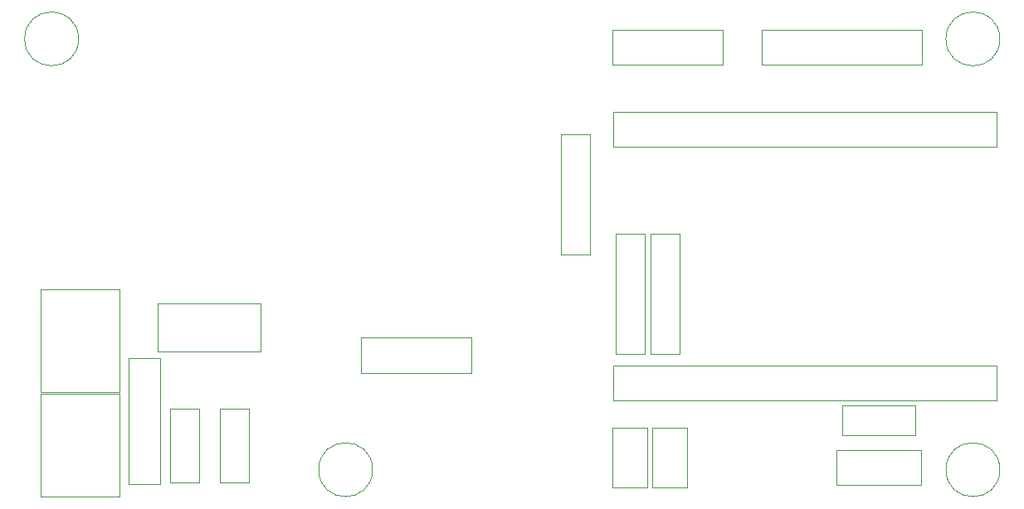
<source format=gbr>
%TF.GenerationSoftware,KiCad,Pcbnew,(6.0.5)*%
%TF.CreationDate,2024-06-19T12:06:20-03:00*%
%TF.ProjectId,PLACA_RNI_V1,504c4143-415f-4524-9e49-5f56312e6b69,rev?*%
%TF.SameCoordinates,Original*%
%TF.FileFunction,Other,User*%
%FSLAX46Y46*%
G04 Gerber Fmt 4.6, Leading zero omitted, Abs format (unit mm)*
G04 Created by KiCad (PCBNEW (6.0.5)) date 2024-06-19 12:06:20*
%MOMM*%
%LPD*%
G01*
G04 APERTURE LIST*
%ADD10C,0.050000*%
G04 APERTURE END LIST*
D10*
%TO.C,J3*%
X165600000Y-136125000D02*
X176800000Y-136125000D01*
X176800000Y-136125000D02*
X176800000Y-132525000D01*
X176800000Y-132525000D02*
X165600000Y-132525000D01*
X165600000Y-132525000D02*
X165600000Y-136125000D01*
%TO.C,U1*%
X155348000Y-129008000D02*
X144848000Y-129008000D01*
X144848000Y-133918000D02*
X155348000Y-133918000D01*
X144848000Y-129008000D02*
X144848000Y-133918000D01*
X155348000Y-133918000D02*
X155348000Y-129008000D01*
%TO.C,B2*%
X198800000Y-141750000D02*
X198800000Y-147850000D01*
X195250000Y-147850000D02*
X195250000Y-141750000D01*
X198800000Y-147850000D02*
X195250000Y-147850000D01*
X195250000Y-141750000D02*
X198800000Y-141750000D01*
%TO.C,C3*%
X222150000Y-139470000D02*
X214650000Y-139470000D01*
X222150000Y-142470000D02*
X222150000Y-139470000D01*
X214650000Y-139470000D02*
X214650000Y-142470000D01*
X214650000Y-142470000D02*
X222150000Y-142470000D01*
%TO.C,R3*%
X188952000Y-123986000D02*
X188952000Y-111726000D01*
X185952000Y-123986000D02*
X188952000Y-123986000D01*
X188952000Y-111726000D02*
X185952000Y-111726000D01*
X185952000Y-111726000D02*
X185952000Y-123986000D01*
%TO.C,J2*%
X206480000Y-101070000D02*
X206480000Y-104670000D01*
X206480000Y-104670000D02*
X222780000Y-104670000D01*
X222780000Y-101070000D02*
X206480000Y-101070000D01*
X222780000Y-104670000D02*
X222780000Y-101070000D01*
%TO.C,J7*%
X191300000Y-109500000D02*
X230400000Y-109500000D01*
X230400000Y-113050000D02*
X191300000Y-113050000D01*
X230400000Y-109500000D02*
X230400000Y-113050000D01*
X191300000Y-113050000D02*
X191300000Y-109500000D01*
%TO.C,J4*%
X191240000Y-101070000D02*
X191240000Y-104670000D01*
X202440000Y-104670000D02*
X202440000Y-101070000D01*
X191240000Y-104670000D02*
X202440000Y-104670000D01*
X202440000Y-101070000D02*
X191240000Y-101070000D01*
%TO.C,J6*%
X230400000Y-138910000D02*
X191300000Y-138910000D01*
X191300000Y-135360000D02*
X230400000Y-135360000D01*
X230400000Y-135360000D02*
X230400000Y-138910000D01*
X191300000Y-138910000D02*
X191300000Y-135360000D01*
%TO.C,J5*%
X222750000Y-143996000D02*
X214100000Y-143996000D01*
X214100000Y-143996000D02*
X214100000Y-147596000D01*
X214100000Y-147596000D02*
X222750000Y-147596000D01*
X222750000Y-147596000D02*
X222750000Y-143996000D01*
%TO.C,D1*%
X141894000Y-134614000D02*
X141894000Y-147474000D01*
X145094000Y-134614000D02*
X141894000Y-134614000D01*
X141894000Y-147474000D02*
X145094000Y-147474000D01*
X145094000Y-147474000D02*
X145094000Y-134614000D01*
%TO.C,H4*%
X136750000Y-102000000D02*
G75*
G03*
X136750000Y-102000000I-2750000J0D01*
G01*
%TO.C,R2*%
X198096000Y-121886000D02*
X195096000Y-121886000D01*
X198096000Y-134146000D02*
X198096000Y-121886000D01*
X195096000Y-121886000D02*
X195096000Y-134146000D01*
X195096000Y-134146000D02*
X198096000Y-134146000D01*
%TO.C,R1*%
X194540000Y-134146000D02*
X194540000Y-121886000D01*
X191540000Y-134146000D02*
X194540000Y-134146000D01*
X191540000Y-121886000D02*
X191540000Y-134146000D01*
X194540000Y-121886000D02*
X191540000Y-121886000D01*
%TO.C,J8*%
X132890000Y-138070000D02*
X132890000Y-127570000D01*
X132890000Y-138070000D02*
X140890000Y-138070000D01*
X140890000Y-127570000D02*
X132890000Y-127570000D01*
X140890000Y-127570000D02*
X140890000Y-138070000D01*
%TO.C,H2*%
X230750000Y-102000000D02*
G75*
G03*
X230750000Y-102000000I-2750000J0D01*
G01*
%TO.C,H3*%
X230750000Y-146000000D02*
G75*
G03*
X230750000Y-146000000I-2750000J0D01*
G01*
%TO.C,C2*%
X154138000Y-139794000D02*
X151138000Y-139794000D01*
X151138000Y-139794000D02*
X151138000Y-147294000D01*
X154138000Y-147294000D02*
X154138000Y-139794000D01*
X151138000Y-147294000D02*
X154138000Y-147294000D01*
%TO.C,J1*%
X140890000Y-138238000D02*
X132890000Y-138238000D01*
X140890000Y-138238000D02*
X140890000Y-148738000D01*
X132890000Y-148738000D02*
X140890000Y-148738000D01*
X132890000Y-148738000D02*
X132890000Y-138238000D01*
%TO.C,H1*%
X166750000Y-146000000D02*
G75*
G03*
X166750000Y-146000000I-2750000J0D01*
G01*
%TO.C,C1*%
X146058000Y-147294000D02*
X149058000Y-147294000D01*
X146058000Y-139794000D02*
X146058000Y-147294000D01*
X149058000Y-139794000D02*
X146058000Y-139794000D01*
X149058000Y-147294000D02*
X149058000Y-139794000D01*
%TO.C,B1*%
X191250000Y-147850000D02*
X191250000Y-141750000D01*
X194800000Y-147850000D02*
X191250000Y-147850000D01*
X191250000Y-141750000D02*
X194800000Y-141750000D01*
X194800000Y-141750000D02*
X194800000Y-147850000D01*
%TD*%
M02*

</source>
